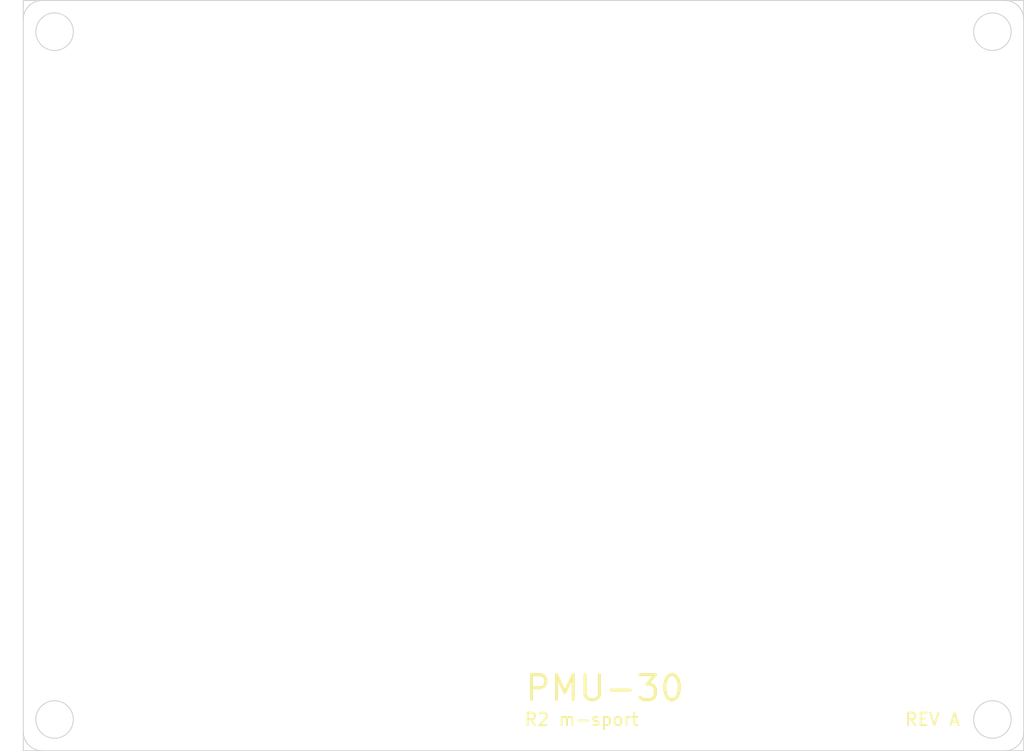
<source format=kicad_pcb>
(kicad_pcb
	(version 20240108)
	(generator "pcbnew")
	(generator_version "8.0")
	(general
		(thickness 1.6)
		(legacy_teardrops no)
	)
	(paper "A4")
	(title_block
		(title "PMU-30 Power Management Unit")
		(date "2024-12-22")
		(rev "A")
		(company "R2 m-sport")
		(comment 1 "30-Channel PROFET Output Controller")
		(comment 2 "4x H-Bridge Motor Driver")
		(comment 3 "STM32H743VIT6 @ 480MHz")
		(comment 4 "4x CAN (2x FD, 2x 2.0)")
	)
	(layers
		(0 "F.Cu" signal)
		(1 "In1.Cu" signal)
		(2 "In2.Cu" signal)
		(31 "B.Cu" signal)
		(32 "B.Adhes" user "B.Adhesive")
		(33 "F.Adhes" user "F.Adhesive")
		(34 "B.Paste" user)
		(35 "F.Paste" user)
		(36 "B.SilkS" user "B.Silkscreen")
		(37 "F.SilkS" user "F.Silkscreen")
		(38 "B.Mask" user)
		(39 "F.Mask" user)
		(40 "Dwgs.User" user "User.Drawings")
		(41 "Cmts.User" user "User.Comments")
		(42 "Eco1.User" user "User.Eco1")
		(43 "Eco2.User" user "User.Eco2")
		(44 "Edge.Cuts" user)
		(45 "Margin" user)
		(46 "B.CrtYd" user "B.Courtyard")
		(47 "F.CrtYd" user "F.Courtyard")
		(48 "B.Fab" user)
		(49 "F.Fab" user)
		(50 "User.1" user)
		(51 "User.2" user)
		(52 "User.3" user)
		(53 "User.4" user)
		(54 "User.5" user)
		(55 "User.6" user)
		(56 "User.7" user)
		(57 "User.8" user)
		(58 "User.9" user)
	)
	(setup
		(stackup
			(layer "F.SilkS"
				(type "Top Silk Screen")
				(color "White")
			)
			(layer "F.Paste"
				(type "Top Solder Paste")
			)
			(layer "F.Mask"
				(type "Top Solder Mask")
				(color "Green")
				(thickness 0.01)
			)
			(layer "F.Cu"
				(type "copper")
				(thickness 0.07)
			)
			(layer "dielectric 1"
				(type "prepreg")
				(thickness 0.2)
				(material "FR4")
				(epsilon_r 4.5)
				(loss_tangent 0.02)
			)
			(layer "In1.Cu"
				(type "copper")
				(thickness 0.035)
			)
			(layer "dielectric 2"
				(type "core")
				(thickness 1.0)
				(material "FR4")
				(epsilon_r 4.5)
				(loss_tangent 0.02)
			)
			(layer "In2.Cu"
				(type "copper")
				(thickness 0.035)
			)
			(layer "dielectric 3"
				(type "prepreg")
				(thickness 0.2)
				(material "FR4")
				(epsilon_r 4.5)
				(loss_tangent 0.02)
			)
			(layer "B.Cu"
				(type "copper")
				(thickness 0.07)
			)
			(layer "B.Mask"
				(type "Bottom Solder Mask")
				(color "Green")
				(thickness 0.01)
			)
			(layer "B.Paste"
				(type "Bottom Solder Paste")
			)
			(layer "B.SilkS"
				(type "Bottom Silk Screen")
				(color "White")
			)
			(copper_finish "ENIG")
			(dielectric_constraints no)
		)
		(pad_to_mask_clearance 0.05)
		(solder_mask_min_width 0.1)
		(pad_to_paste_clearance 0)
		(aux_axis_origin 0 0)
		(grid_origin 0 0)
		(pcbplotparams
			(layerselection 0x00010fc_ffffffff)
			(plot_on_all_layers_selection 0x0000000_00000000)
			(disableapertmacros false)
			(usegerberextensions false)
			(usegerberattributes true)
			(usegerberadvancedattributes true)
			(creategerberjobfile true)
			(dashed_line_dash_ratio 12.000000)
			(dashed_line_gap_ratio 3.000000)
			(svgprecision 4)
			(plotframeref false)
			(viasonmask false)
			(mode 1)
			(useauxorigin false)
			(hpglpennumber 1)
			(hpglpenspeed 20)
			(hpglpendiameter 15.000000)
			(pdf_front_fp_property_popups true)
			(pdf_back_fp_property_popups true)
			(dxfpolygonmode true)
			(dxfimperialunits true)
			(dxfusepcbnewfont true)
			(psnegative false)
			(psa4output false)
			(plotreference true)
			(plotvalue true)
			(plotfptext true)
			(plotinvisibletext false)
			(sketchpadsonfab false)
			(subtractmaskfromsilk false)
			(outputformat 1)
			(mirror false)
			(drillshape 1)
			(scaleselection 1)
			(outputdirectory "output/")
		)
	)
	(net 0 "")
	(net 1 "GND")
	(net 2 "+12V")
	(net 3 "+5V")
	(net 4 "+3V3")
	(net 5 "VBAT")
	(net 6 "USB_DP")
	(net 7 "USB_DM")
	(net 8 "CAN1_H")
	(net 9 "CAN1_L")
	(net 10 "CAN2_H")
	(net 11 "CAN2_L")
	(net 12 "CAN3_H")
	(net 13 "CAN3_L")
	(net 14 "CAN4_H")
	(net 15 "CAN4_L")
	(net 16 "SPI1_SCK")
	(net 17 "SPI1_MISO")
	(net 18 "SPI1_MOSI")
	(net 19 "SPI2_SCK")
	(net 20 "SPI2_MISO")
	(net 21 "SPI2_MOSI")
	(net 22 "OUT1")
	(net 23 "OUT2")
	(net 24 "OUT3")
	(net 25 "OUT4")
	(net 26 "OUT5")
	(net 27 "OUT6")
	(net 28 "OUT7")
	(net 29 "OUT8")
	(net 30 "OUT9")
	(net 31 "OUT10")
	(net 32 "OUT11")
	(net 33 "OUT12")
	(net 34 "OUT13")
	(net 35 "OUT14")
	(net 36 "OUT15")
	(net 37 "OUT16")
	(net 38 "OUT17")
	(net 39 "OUT18")
	(net 40 "OUT19")
	(net 41 "OUT20")
	(net 42 "OUT21")
	(net 43 "OUT22")
	(net 44 "OUT23")
	(net 45 "OUT24")
	(net 46 "OUT25")
	(net 47 "OUT26")
	(net 48 "OUT27")
	(net 49 "OUT28")
	(net 50 "OUT29")
	(net 51 "OUT30")
	(net 52 "HB1_OUT")
	(net 53 "HB2_OUT")
	(net 54 "HB3_OUT")
	(net 55 "HB4_OUT")
	(net 56 "ADC_IN1")
	(net 57 "ADC_IN2")
	(net 58 "ADC_IN3")
	(net 59 "ADC_IN4")
	(net 60 "ADC_IN5")
	(net 61 "ADC_IN6")
	(net 62 "ADC_IN7")
	(net 63 "ADC_IN8")
	(net 64 "ADC_IN9")
	(net 65 "ADC_IN10")
	(net 66 "ADC_IN11")
	(net 67 "ADC_IN12")
	(net 68 "ADC_IN13")
	(net 69 "ADC_IN14")
	(net 70 "ADC_IN15")
	(net 71 "ADC_IN16")
	(net 72 "ADC_IN17")
	(net 73 "ADC_IN18")
	(net 74 "ADC_IN19")
	(net 75 "ADC_IN20")

	(gr_rect
		(start 0 0)
		(end 160 120)
		(stroke
			(width 0.15)
			(type solid)
		)
		(fill none)
		(layer "Edge.Cuts")
		(uuid "edge-cuts-main")
	)

	(gr_arc
		(start 3 0)
		(mid 0.879 0.879)
		(end 0 3)
		(stroke
			(width 0.15)
			(type solid)
		)
		(layer "Edge.Cuts")
		(uuid "corner-tl")
	)

	(gr_arc
		(start 160 3)
		(mid 159.121 0.879)
		(end 157 0)
		(stroke
			(width 0.15)
			(type solid)
		)
		(layer "Edge.Cuts")
		(uuid "corner-tr")
	)

	(gr_arc
		(start 157 120)
		(mid 159.121 119.121)
		(end 160 117)
		(stroke
			(width 0.15)
			(type solid)
		)
		(layer "Edge.Cuts")
		(uuid "corner-br")
	)

	(gr_arc
		(start 0 117)
		(mid 0.879 119.121)
		(end 3 120)
		(stroke
			(width 0.15)
			(type solid)
		)
		(layer "Edge.Cuts")
		(uuid "corner-bl")
	)

	(gr_circle
		(center 5 5)
		(end 8 5)
		(stroke
			(width 0.15)
			(type solid)
		)
		(fill none)
		(layer "Edge.Cuts")
		(uuid "mtg-hole-1")
	)

	(gr_circle
		(center 155 5)
		(end 158 5)
		(stroke
			(width 0.15)
			(type solid)
		)
		(fill none)
		(layer "Edge.Cuts")
		(uuid "mtg-hole-2")
	)

	(gr_circle
		(center 5 115)
		(end 8 115)
		(stroke
			(width 0.15)
			(type solid)
		)
		(fill none)
		(layer "Edge.Cuts")
		(uuid "mtg-hole-3")
	)

	(gr_circle
		(center 155 115)
		(end 158 115)
		(stroke
			(width 0.15)
			(type solid)
		)
		(fill none)
		(layer "Edge.Cuts")
		(uuid "mtg-hole-4")
	)

	(gr_text "PMU-30"
		(at 80 110)
		(layer "F.SilkS")
		(uuid "title-text")
		(effects
			(font
				(size 4 4)
				(thickness 0.5)
			)
			(justify left)
		)
	)

	(gr_text "R2 m-sport"
		(at 80 115)
		(layer "F.SilkS")
		(uuid "company-text")
		(effects
			(font
				(size 2 2)
				(thickness 0.3)
			)
			(justify left)
		)
	)

	(gr_text "REV A"
		(at 150 115)
		(layer "F.SilkS")
		(uuid "rev-text")
		(effects
			(font
				(size 2 2)
				(thickness 0.3)
			)
			(justify right)
		)
	)

	(gr_text "MCU Zone"
		(at 30 20)
		(layer "Cmts.User")
		(uuid "zone-mcu")
		(effects
			(font
				(size 3 3)
				(thickness 0.4)
			)
		)
	)

	(gr_text "PROFET Zone (1-15)"
		(at 100 20)
		(layer "Cmts.User")
		(uuid "zone-profet1")
		(effects
			(font
				(size 3 3)
				(thickness 0.4)
			)
		)
	)

	(gr_text "PROFET Zone (16-30)"
		(at 100 60)
		(layer "Cmts.User")
		(uuid "zone-profet2")
		(effects
			(font
				(size 3 3)
				(thickness 0.4)
			)
		)
	)

	(gr_text "H-Bridge Zone"
		(at 30 70)
		(layer "Cmts.User")
		(uuid "zone-hbridge")
		(effects
			(font
				(size 3 3)
				(thickness 0.4)
			)
		)
	)

	(gr_text "Power Input"
		(at 10 100)
		(layer "Cmts.User")
		(uuid "zone-power")
		(effects
			(font
				(size 3 3)
				(thickness 0.4)
			)
		)
	)

	(gr_text "Connectors"
		(at 140 100)
		(layer "Cmts.User")
		(uuid "zone-conn")
		(effects
			(font
				(size 3 3)
				(thickness 0.4)
			)
		)
	)

	(gr_rect
		(start 15 10)
		(end 50 55)
		(stroke
			(width 0.3)
			(type dash)
		)
		(fill none)
		(layer "Cmts.User")
		(uuid "mcu-boundary")
	)

	(gr_rect
		(start 55 10)
		(end 150 50)
		(stroke
			(width 0.3)
			(type dash)
		)
		(fill none)
		(layer "Cmts.User")
		(uuid "profet1-boundary")
	)

	(gr_rect
		(start 55 52)
		(end 150 90)
		(stroke
			(width 0.3)
			(type dash)
		)
		(fill none)
		(layer "Cmts.User")
		(uuid "profet2-boundary")
	)

	(gr_rect
		(start 15 57)
		(end 50 90)
		(stroke
			(width 0.3)
			(type dash)
		)
		(fill none)
		(layer "Cmts.User")
		(uuid "hbridge-boundary")
	)

	(zone
		(net 1)
		(net_name "GND")
		(layer "In1.Cu")
		(uuid "gnd-plane-in1")
		(hatch edge 0.5)
		(connect_pads
			(clearance 0.3)
		)
		(min_thickness 0.25)
		(filled_areas_thickness no)
		(fill yes
			(thermal_gap 0.5)
			(thermal_bridge_width 0.5)
		)
		(polygon
			(pts
				(xy 2 2) (xy 158 2) (xy 158 118) (xy 2 118)
			)
		)
	)

	(zone
		(net 2)
		(net_name "+12V")
		(layer "In2.Cu")
		(uuid "pwr-plane-in2")
		(hatch edge 0.5)
		(connect_pads
			(clearance 0.3)
		)
		(min_thickness 0.5)
		(filled_areas_thickness no)
		(fill yes
			(thermal_gap 0.5)
			(thermal_bridge_width 0.8)
		)
		(polygon
			(pts
				(xy 2 2) (xy 158 2) (xy 158 118) (xy 2 118)
			)
		)
	)

)

</source>
